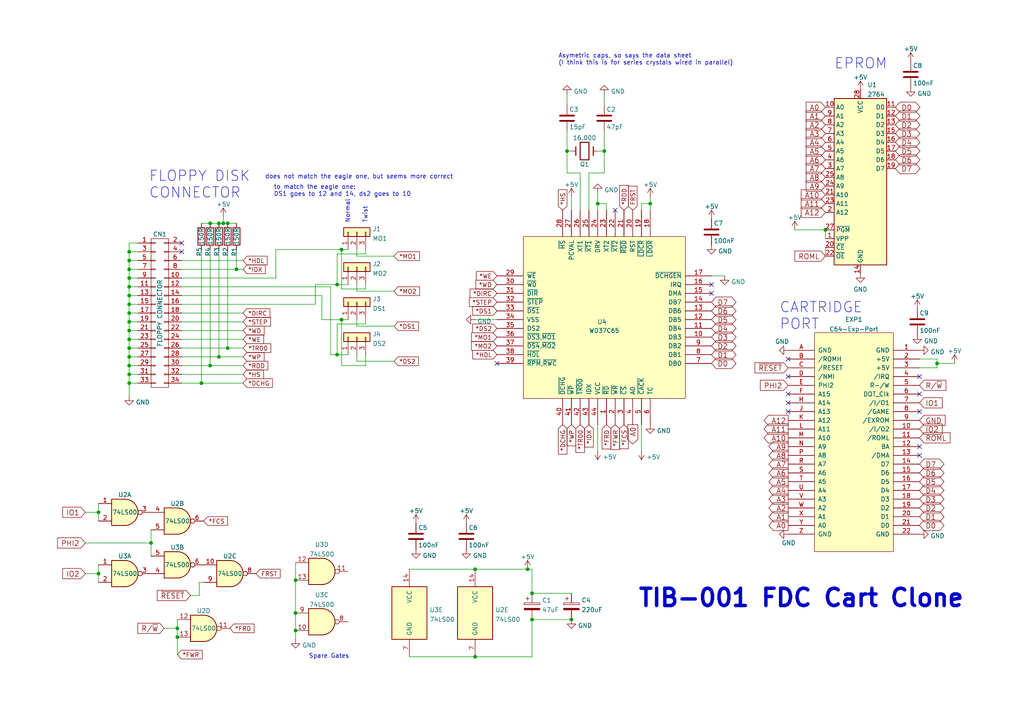
<source format=kicad_sch>
(kicad_sch (version 20211123) (generator eeschema)
  (paper "A4")
  (junction (at 66.04 100.965))
  (junction (at 37.465 85.725))
  (junction (at 37.465 78.105))
  (junction (at 97.79 102.87))
  (junction (at 51.435 182.245))
  (junction (at 154.305 172.085))
  (junction (at 66.04 64.77))
  (junction (at 43.815 157.48))
  (junction (at 239.395 66.675))
  (junction (at 37.465 95.885))
  (junction (at 37.465 98.425))
  (junction (at 28.575 166.37))
  (junction (at 99.06 72.39))
  (junction (at 37.465 93.345))
  (junction (at 154.305 179.705))
  (junction (at 37.465 73.025))
  (junction (at 137.795 165.1))
  (junction (at 37.465 80.645))
  (junction (at 58.42 111.125))
  (junction (at 165.735 179.705))
  (junction (at 37.465 83.185))
  (junction (at 37.465 90.805))
  (junction (at 63.5 103.505))
  (junction (at 37.465 106.045))
  (junction (at 68.58 78.105))
  (junction (at 271.78 105.41))
  (junction (at 137.795 190.5))
  (junction (at 164.465 43.815))
  (junction (at 37.465 88.265))
  (junction (at 153.035 165.1))
  (junction (at 85.725 177.8))
  (junction (at 37.465 75.565))
  (junction (at 64.77 64.77))
  (junction (at 63.5 64.77))
  (junction (at 37.465 108.585))
  (junction (at 85.725 168.275))
  (junction (at 37.465 111.125))
  (junction (at 85.725 182.88))
  (junction (at 28.575 148.59))
  (junction (at 60.96 106.045))
  (junction (at 37.465 103.505))
  (junction (at 97.79 82.55))
  (junction (at 37.465 100.965))
  (junction (at 173.355 59.055))
  (junction (at 188.595 59.055))
  (junction (at 99.06 92.71))
  (junction (at 51.435 184.785))
  (junction (at 60.96 64.77))
  (junction (at 175.26 43.815))
  (no_connect (at 266.7 132.08))
  (no_connect (at 228.6 119.38))
  (no_connect (at 228.6 109.22))
  (no_connect (at 206.375 82.55))
  (no_connect (at 266.7 129.54))
  (no_connect (at 178.435 60.96))
  (no_connect (at 228.6 104.14))
  (no_connect (at 266.7 114.3))
  (no_connect (at 206.375 85.09))
  (no_connect (at 266.7 109.22))
  (no_connect (at 266.7 119.38))
  (no_connect (at 228.6 116.84))
  (no_connect (at 52.705 70.485))
  (no_connect (at 52.705 73.025))
  (no_connect (at 228.6 114.3))
  (no_connect (at 144.145 105.41))
  (wire (pts (xy 114.3 84.455) (xy 103.505 84.455)))
  (wire (pts (xy 93.345 92.71) (xy 93.345 85.725)))
  (wire (pts (xy 64.77 62.865) (xy 64.77 64.77)))
  (wire (pts (xy 173.355 59.055) (xy 173.355 60.96)))
  (wire (pts (xy 70.485 108.585) (xy 52.705 108.585)))
  (wire (pts (xy 40.005 95.885) (xy 37.465 95.885)))
  (wire (pts (xy 58.42 111.125) (xy 52.705 111.125)))
  (wire (pts (xy 173.355 55.88) (xy 173.355 59.055)))
  (wire (pts (xy 66.04 64.77) (xy 68.58 64.77)))
  (wire (pts (xy 37.465 78.105) (xy 37.465 80.645)))
  (wire (pts (xy 37.465 70.485) (xy 37.465 73.025)))
  (wire (pts (xy 137.795 92.71) (xy 144.145 92.71)))
  (wire (pts (xy 40.005 88.265) (xy 37.465 88.265)))
  (wire (pts (xy 95.885 83.185) (xy 52.705 83.185)))
  (wire (pts (xy 106.045 73.66) (xy 97.79 73.66)))
  (wire (pts (xy 28.575 146.05) (xy 28.575 148.59)))
  (wire (pts (xy 100.965 72.39) (xy 99.06 72.39)))
  (wire (pts (xy 51.435 179.705) (xy 51.435 182.245)))
  (wire (pts (xy 173.355 43.815) (xy 175.26 43.815)))
  (wire (pts (xy 97.79 73.66) (xy 97.79 82.55)))
  (wire (pts (xy 70.485 93.345) (xy 52.705 93.345)))
  (wire (pts (xy 100.965 82.55) (xy 97.79 82.55)))
  (wire (pts (xy 80.01 80.645) (xy 52.705 80.645)))
  (wire (pts (xy 80.01 72.39) (xy 80.01 80.645)))
  (wire (pts (xy 99.06 83.82) (xy 99.06 72.39)))
  (wire (pts (xy 58.42 72.39) (xy 58.42 111.125)))
  (wire (pts (xy 37.465 108.585) (xy 37.465 111.125)))
  (wire (pts (xy 239.395 71.755) (xy 239.395 74.295)))
  (wire (pts (xy 106.045 82.55) (xy 106.045 83.82)))
  (wire (pts (xy 165.735 57.15) (xy 165.735 60.96)))
  (wire (pts (xy 103.505 74.295) (xy 103.505 72.39)))
  (wire (pts (xy 106.045 72.39) (xy 106.045 73.66)))
  (wire (pts (xy 271.78 105.41) (xy 271.78 106.68)))
  (wire (pts (xy 85.725 168.275) (xy 85.725 177.8)))
  (wire (pts (xy 114.3 104.775) (xy 103.505 104.775)))
  (wire (pts (xy 100.965 92.71) (xy 99.06 92.71)))
  (wire (pts (xy 239.395 66.675) (xy 239.395 69.215)))
  (wire (pts (xy 70.485 95.885) (xy 52.705 95.885)))
  (wire (pts (xy 40.005 85.725) (xy 37.465 85.725)))
  (wire (pts (xy 186.055 59.055) (xy 188.595 59.055)))
  (wire (pts (xy 206.375 80.01) (xy 210.185 80.01)))
  (wire (pts (xy 66.04 72.39) (xy 66.04 100.965)))
  (wire (pts (xy 164.465 50.165) (xy 164.465 43.815)))
  (wire (pts (xy 93.345 85.725) (xy 52.705 85.725)))
  (wire (pts (xy 137.795 190.5) (xy 154.305 190.5)))
  (wire (pts (xy 40.005 108.585) (xy 37.465 108.585)))
  (wire (pts (xy 170.815 50.165) (xy 175.26 50.165)))
  (wire (pts (xy 63.5 103.505) (xy 52.705 103.505)))
  (wire (pts (xy 40.005 103.505) (xy 37.465 103.505)))
  (wire (pts (xy 271.78 104.14) (xy 271.78 105.41)))
  (wire (pts (xy 28.575 148.59) (xy 28.575 151.13)))
  (wire (pts (xy 40.005 100.965) (xy 37.465 100.965)))
  (wire (pts (xy 175.895 59.055) (xy 173.355 59.055)))
  (wire (pts (xy 51.435 182.245) (xy 47.625 182.245)))
  (wire (pts (xy 63.5 64.77) (xy 64.77 64.77)))
  (wire (pts (xy 40.005 98.425) (xy 37.465 98.425)))
  (wire (pts (xy 37.465 80.645) (xy 37.465 83.185)))
  (wire (pts (xy 60.96 72.39) (xy 60.96 106.045)))
  (wire (pts (xy 188.595 59.055) (xy 188.595 60.96)))
  (wire (pts (xy 106.045 92.71) (xy 106.045 93.98)))
  (wire (pts (xy 28.575 163.83) (xy 28.575 166.37)))
  (wire (pts (xy 37.465 73.025) (xy 37.465 75.565)))
  (wire (pts (xy 37.465 98.425) (xy 37.465 100.965)))
  (wire (pts (xy 70.485 103.505) (xy 63.5 103.505)))
  (wire (pts (xy 37.465 83.185) (xy 37.465 85.725)))
  (wire (pts (xy 106.045 83.82) (xy 99.06 83.82)))
  (wire (pts (xy 43.815 153.67) (xy 43.815 157.48)))
  (wire (pts (xy 118.745 165.1) (xy 137.795 165.1)))
  (wire (pts (xy 37.465 95.885) (xy 37.465 98.425)))
  (wire (pts (xy 40.005 80.645) (xy 37.465 80.645)))
  (wire (pts (xy 37.465 85.725) (xy 37.465 88.265)))
  (wire (pts (xy 266.7 104.14) (xy 271.78 104.14)))
  (wire (pts (xy 60.96 106.045) (xy 52.705 106.045)))
  (wire (pts (xy 97.79 93.98) (xy 106.045 93.98)))
  (wire (pts (xy 55.245 172.72) (xy 57.785 172.72)))
  (wire (pts (xy 40.005 75.565) (xy 37.465 75.565)))
  (wire (pts (xy 51.435 182.245) (xy 51.435 184.785)))
  (wire (pts (xy 103.505 104.775) (xy 103.505 102.87)))
  (wire (pts (xy 58.42 64.77) (xy 60.96 64.77)))
  (wire (pts (xy 66.04 100.965) (xy 52.705 100.965)))
  (wire (pts (xy 186.055 123.19) (xy 186.055 130.81)))
  (wire (pts (xy 40.005 106.045) (xy 37.465 106.045)))
  (wire (pts (xy 43.815 157.48) (xy 43.815 161.29)))
  (wire (pts (xy 173.355 123.19) (xy 173.355 130.81)))
  (wire (pts (xy 40.005 70.485) (xy 37.465 70.485)))
  (wire (pts (xy 154.305 179.705) (xy 165.735 179.705)))
  (wire (pts (xy 37.465 88.265) (xy 37.465 90.805)))
  (wire (pts (xy 154.305 172.085) (xy 165.735 172.085)))
  (wire (pts (xy 99.06 72.39) (xy 80.01 72.39)))
  (wire (pts (xy 106.045 102.87) (xy 106.045 106.045)))
  (wire (pts (xy 40.005 78.105) (xy 37.465 78.105)))
  (wire (pts (xy 24.765 166.37) (xy 28.575 166.37)))
  (wire (pts (xy 164.465 30.48) (xy 164.465 27.305)))
  (wire (pts (xy 37.465 103.505) (xy 37.465 106.045)))
  (wire (pts (xy 97.79 102.87) (xy 95.885 102.87)))
  (wire (pts (xy 137.795 165.1) (xy 153.035 165.1)))
  (wire (pts (xy 37.465 100.965) (xy 37.465 103.505)))
  (wire (pts (xy 85.725 163.195) (xy 85.725 168.275)))
  (wire (pts (xy 70.485 78.105) (xy 68.58 78.105)))
  (wire (pts (xy 175.26 43.815) (xy 175.26 38.1)))
  (wire (pts (xy 175.26 27.305) (xy 175.26 30.48)))
  (wire (pts (xy 70.485 90.805) (xy 52.705 90.805)))
  (wire (pts (xy 271.78 105.41) (xy 276.86 105.41)))
  (wire (pts (xy 103.505 84.455) (xy 103.505 82.55)))
  (wire (pts (xy 97.79 93.98) (xy 97.79 102.87)))
  (wire (pts (xy 70.485 75.565) (xy 52.705 75.565)))
  (wire (pts (xy 57.785 168.91) (xy 59.055 168.91)))
  (wire (pts (xy 168.275 60.96) (xy 168.275 50.165)))
  (wire (pts (xy 114.3 94.615) (xy 103.505 94.615)))
  (wire (pts (xy 97.79 82.55) (xy 91.44 82.55)))
  (wire (pts (xy 100.965 102.87) (xy 97.79 102.87)))
  (wire (pts (xy 40.005 90.805) (xy 37.465 90.805)))
  (wire (pts (xy 37.465 93.345) (xy 37.465 95.885)))
  (wire (pts (xy 70.485 100.965) (xy 66.04 100.965)))
  (wire (pts (xy 99.06 106.045) (xy 99.06 92.71)))
  (wire (pts (xy 91.44 82.55) (xy 91.44 88.265)))
  (wire (pts (xy 106.045 106.045) (xy 99.06 106.045)))
  (wire (pts (xy 37.465 90.805) (xy 37.465 93.345)))
  (wire (pts (xy 40.005 83.185) (xy 37.465 83.185)))
  (wire (pts (xy 164.465 43.815) (xy 164.465 38.1)))
  (wire (pts (xy 70.485 111.125) (xy 58.42 111.125)))
  (wire (pts (xy 24.765 148.59) (xy 28.575 148.59)))
  (wire (pts (xy 51.435 184.785) (xy 51.435 189.865)))
  (wire (pts (xy 63.5 72.39) (xy 63.5 103.505)))
  (wire (pts (xy 154.305 165.1) (xy 154.305 172.085)))
  (wire (pts (xy 118.745 190.5) (xy 137.795 190.5)))
  (wire (pts (xy 24.765 157.48) (xy 43.815 157.48)))
  (wire (pts (xy 99.06 92.71) (xy 93.345 92.71)))
  (wire (pts (xy 175.26 50.165) (xy 175.26 43.815)))
  (wire (pts (xy 64.77 64.77) (xy 66.04 64.77)))
  (wire (pts (xy 85.725 182.88) (xy 85.725 185.42)))
  (wire (pts (xy 70.485 98.425) (xy 52.705 98.425)))
  (wire (pts (xy 40.005 111.125) (xy 37.465 111.125)))
  (wire (pts (xy 60.96 64.77) (xy 63.5 64.77)))
  (wire (pts (xy 230.505 66.675) (xy 239.395 66.675)))
  (wire (pts (xy 114.3 74.295) (xy 103.505 74.295)))
  (wire (pts (xy 37.465 75.565) (xy 37.465 78.105)))
  (wire (pts (xy 170.815 60.96) (xy 170.815 50.165)))
  (wire (pts (xy 95.885 102.87) (xy 95.885 83.185)))
  (wire (pts (xy 70.485 106.045) (xy 60.96 106.045)))
  (wire (pts (xy 165.735 43.815) (xy 164.465 43.815)))
  (wire (pts (xy 68.58 72.39) (xy 68.58 78.105)))
  (wire (pts (xy 175.895 60.96) (xy 175.895 59.055)))
  (wire (pts (xy 40.005 93.345) (xy 37.465 93.345)))
  (wire (pts (xy 37.465 111.125) (xy 37.465 114.935)))
  (wire (pts (xy 85.725 177.8) (xy 85.725 182.88)))
  (wire (pts (xy 57.785 172.72) (xy 57.785 168.91)))
  (wire (pts (xy 68.58 78.105) (xy 52.705 78.105)))
  (wire (pts (xy 40.005 73.025) (xy 37.465 73.025)))
  (wire (pts (xy 91.44 88.265) (xy 52.705 88.265)))
  (wire (pts (xy 186.055 60.96) (xy 186.055 59.055)))
  (wire (pts (xy 153.035 165.1) (xy 154.305 165.1)))
  (wire (pts (xy 168.275 50.165) (xy 164.465 50.165)))
  (wire (pts (xy 154.305 190.5) (xy 154.305 179.705)))
  (wire (pts (xy 271.78 106.68) (xy 266.7 106.68)))
  (wire (pts (xy 188.595 57.15) (xy 188.595 59.055)))
  (wire (pts (xy 37.465 106.045) (xy 37.465 108.585)))
  (wire (pts (xy 28.575 166.37) (xy 28.575 168.91)))
  (wire (pts (xy 103.505 94.615) (xy 103.505 92.71)))
  (text "CARTRIDGE\nPORT" (at 226.06 95.885 0) (effects (font (size 2.9972 2.9972)) (justify left bottom)))
  (text "to match the eagle one:\nDS1 goes to 12 and 14, ds2 goes to 10" (at 79.375 57.15 0) (effects (font (size 1.27 1.27)) (justify left bottom)))
  (text "EPROM" (at 241.935 20.32 0) (effects (font (size 2.9972 2.9972)) (justify left bottom)))
  (text "Asymetric caps, so says the data sheet\n(I think this is for series crystals wired in parallel)" (at 161.925 19.05 0) (effects (font (size 1.27 1.27)) (justify left bottom)))
  (text "Twist" (at 106.68 64.77 90) (effects (font (size 1.27 1.27)) (justify left bottom)))
  (text "FLOPPY DISK\nCONNECTOR" (at 43.18 57.785 0) (effects (font (size 2.9972 2.9972)) (justify left bottom)))
  (text "TIB-001 FDC Cart Clone" (at 184.785 176.53 0) (effects (font (size 5.0038 5.0038) (thickness 1.0008) bold) (justify left bottom)))
  (text "Normal" (at 101.6 64.77 90) (effects (font (size 1.27 1.27)) (justify left bottom)))
  (text "Spare Gates" (at 89.535 191.135 0) (effects (font (size 1.27 1.27)) (justify left bottom)))
  (text "does not match the eagle one, but seems more correct" (at 76.835 52.07 0) (effects (font (size 1.27 1.27)) (justify left bottom)))
  (global_label "*DCHG" (shape input) (at 70.485 111.125 0) (property "Intersheet References" "${INTERSHEET_REFS}" (effects hide)))
  (global_label "A9" (shape input) (at 239.395 53.975 180) (effects (font (size 1.4986 1.4986))) (property "Intersheet References" "${INTERSHEET_REFS}" (effects hide)))
  (global_label "*FRD" (shape input) (at 175.895 123.19 270) (property "Intersheet References" "${INTERSHEET_REFS}" (effects hide)))
  (global_label "*HS" (shape input) (at 70.485 108.585 0) (property "Intersheet References" "${INTERSHEET_REFS}" (effects hide)))
  (global_label "D1" (shape bidirectional) (at 266.7 149.86 0) (effects (font (size 1.4986 1.4986))) (property "Intersheet References" "${INTERSHEET_REFS}" (effects hide)))
  (global_label "D2" (shape bidirectional) (at 266.7 147.32 0) (effects (font (size 1.4986 1.4986))) (property "Intersheet References" "${INTERSHEET_REFS}" (effects hide)))
  (global_label "A4" (shape input) (at 239.395 41.275 180) (effects (font (size 1.4986 1.4986))) (property "Intersheet References" "${INTERSHEET_REFS}" (effects hide)))
  (global_label "A1" (shape input) (at 239.395 33.655 180) (effects (font (size 1.4986 1.4986))) (property "Intersheet References" "${INTERSHEET_REFS}" (effects hide)))
  (global_label "*DCHG" (shape input) (at 163.195 123.19 270) (property "Intersheet References" "${INTERSHEET_REFS}" (effects hide)))
  (global_label "*FWR" (shape input) (at 51.435 189.865 0) (property "Intersheet References" "${INTERSHEET_REFS}" (effects hide)))
  (global_label "*TR00" (shape input) (at 70.485 100.965 0) (property "Intersheet References" "${INTERSHEET_REFS}" (effects hide)))
  (global_label "A12" (shape output) (at 228.6 121.92 180) (effects (font (size 1.4986 1.4986))) (property "Intersheet References" "${INTERSHEET_REFS}" (effects hide)))
  (global_label "*DS1" (shape input) (at 144.145 90.17 180) (property "Intersheet References" "${INTERSHEET_REFS}" (effects hide)))
  (global_label "D6" (shape bidirectional) (at 266.7 137.16 0) (effects (font (size 1.4986 1.4986))) (property "Intersheet References" "${INTERSHEET_REFS}" (effects hide)))
  (global_label "D4" (shape bidirectional) (at 266.7 142.24 0) (effects (font (size 1.4986 1.4986))) (property "Intersheet References" "${INTERSHEET_REFS}" (effects hide)))
  (global_label "*FWR" (shape input) (at 178.435 123.19 270) (property "Intersheet References" "${INTERSHEET_REFS}" (effects hide)))
  (global_label "*DIRC" (shape input) (at 70.485 90.805 0) (property "Intersheet References" "${INTERSHEET_REFS}" (effects hide)))
  (global_label "*MO1" (shape input) (at 114.3 74.295 0) (property "Intersheet References" "${INTERSHEET_REFS}" (effects hide)))
  (global_label "A6" (shape output) (at 228.6 137.16 180) (effects (font (size 1.4986 1.4986))) (property "Intersheet References" "${INTERSHEET_REFS}" (effects hide)))
  (global_label "D4" (shape bidirectional) (at 259.715 41.275 0) (effects (font (size 1.4986 1.4986))) (property "Intersheet References" "${INTERSHEET_REFS}" (effects hide)))
  (global_label "D3" (shape bidirectional) (at 259.715 38.735 0) (effects (font (size 1.4986 1.4986))) (property "Intersheet References" "${INTERSHEET_REFS}" (effects hide)))
  (global_label "A0" (shape input) (at 239.395 31.115 180) (effects (font (size 1.4986 1.4986))) (property "Intersheet References" "${INTERSHEET_REFS}" (effects hide)))
  (global_label "*MO2" (shape input) (at 114.3 84.455 0) (property "Intersheet References" "${INTERSHEET_REFS}" (effects hide)))
  (global_label "*DS2" (shape input) (at 114.3 104.775 0) (property "Intersheet References" "${INTERSHEET_REFS}" (effects hide)))
  (global_label "PHI2" (shape input) (at 24.765 157.48 180) (effects (font (size 1.4986 1.4986))) (property "Intersheet References" "${INTERSHEET_REFS}" (effects hide)))
  (global_label "*HDL" (shape input) (at 144.145 102.87 180) (property "Intersheet References" "${INTERSHEET_REFS}" (effects hide)))
  (global_label "A7" (shape output) (at 228.6 134.62 180) (effects (font (size 1.4986 1.4986))) (property "Intersheet References" "${INTERSHEET_REFS}" (effects hide)))
  (global_label "D7" (shape bidirectional) (at 259.715 48.895 0) (effects (font (size 1.4986 1.4986))) (property "Intersheet References" "${INTERSHEET_REFS}" (effects hide)))
  (global_label "*IDX" (shape input) (at 170.815 123.19 270) (property "Intersheet References" "${INTERSHEET_REFS}" (effects hide)))
  (global_label "*MO2" (shape input) (at 144.145 100.33 180) (property "Intersheet References" "${INTERSHEET_REFS}" (effects hide)))
  (global_label "A5" (shape output) (at 228.6 139.7 180) (effects (font (size 1.4986 1.4986))) (property "Intersheet References" "${INTERSHEET_REFS}" (effects hide)))
  (global_label "A3" (shape output) (at 228.6 144.78 180) (effects (font (size 1.4986 1.4986))) (property "Intersheet References" "${INTERSHEET_REFS}" (effects hide)))
  (global_label "A5" (shape input) (at 239.395 43.815 180) (effects (font (size 1.4986 1.4986))) (property "Intersheet References" "${INTERSHEET_REFS}" (effects hide)))
  (global_label "*STEP" (shape input) (at 144.145 87.63 180) (property "Intersheet References" "${INTERSHEET_REFS}" (effects hide)))
  (global_label "R/~{W}" (shape input) (at 266.7 111.76 0) (effects (font (size 1.4986 1.4986))) (property "Intersheet References" "${INTERSHEET_REFS}" (effects hide)))
  (global_label "A11" (shape input) (at 239.395 59.055 180) (effects (font (size 1.4986 1.4986))) (property "Intersheet References" "${INTERSHEET_REFS}" (effects hide)))
  (global_label "A7" (shape input) (at 239.395 48.895 180) (effects (font (size 1.4986 1.4986))) (property "Intersheet References" "${INTERSHEET_REFS}" (effects hide)))
  (global_label "A8" (shape output) (at 228.6 132.08 180) (effects (font (size 1.4986 1.4986))) (property "Intersheet References" "${INTERSHEET_REFS}" (effects hide)))
  (global_label "D1" (shape bidirectional) (at 206.375 102.87 0) (effects (font (size 1.4986 1.4986))) (property "Intersheet References" "${INTERSHEET_REFS}" (effects hide)))
  (global_label "D5" (shape bidirectional) (at 266.7 139.7 0) (effects (font (size 1.4986 1.4986))) (property "Intersheet References" "${INTERSHEET_REFS}" (effects hide)))
  (global_label "D3" (shape bidirectional) (at 206.375 97.79 0) (effects (font (size 1.4986 1.4986))) (property "Intersheet References" "${INTERSHEET_REFS}" (effects hide)))
  (global_label "*HS" (shape input) (at 163.195 60.96 90) (property "Intersheet References" "${INTERSHEET_REFS}" (effects hide)))
  (global_label "A11" (shape output) (at 228.6 124.46 180) (effects (font (size 1.4986 1.4986))) (property "Intersheet References" "${INTERSHEET_REFS}" (effects hide)))
  (global_label "D1" (shape bidirectional) (at 259.715 33.655 0) (effects (font (size 1.4986 1.4986))) (property "Intersheet References" "${INTERSHEET_REFS}" (effects hide)))
  (global_label "A2" (shape input) (at 239.395 36.195 180) (effects (font (size 1.4986 1.4986))) (property "Intersheet References" "${INTERSHEET_REFS}" (effects hide)))
  (global_label "*RDD" (shape input) (at 180.975 60.96 90) (property "Intersheet References" "${INTERSHEET_REFS}" (effects hide)))
  (global_label "IO2" (shape input) (at 266.7 124.46 0) (effects (font (size 1.4986 1.4986))) (property "Intersheet References" "${INTERSHEET_REFS}" (effects hide)))
  (global_label "D0" (shape bidirectional) (at 259.715 31.115 0) (effects (font (size 1.4986 1.4986))) (property "Intersheet References" "${INTERSHEET_REFS}" (effects hide)))
  (global_label "*FRD" (shape input) (at 66.675 182.245 0) (property "Intersheet References" "${INTERSHEET_REFS}" (effects hide)))
  (global_label "D5" (shape bidirectional) (at 259.715 43.815 0) (effects (font (size 1.4986 1.4986))) (property "Intersheet References" "${INTERSHEET_REFS}" (effects hide)))
  (global_label "~{RESET}" (shape input) (at 228.6 106.68 180) (effects (font (size 1.4986 1.4986))) (property "Intersheet References" "${INTERSHEET_REFS}" (effects hide)))
  (global_label "D0" (shape bidirectional) (at 206.375 105.41 0) (effects (font (size 1.4986 1.4986))) (property "Intersheet References" "${INTERSHEET_REFS}" (effects hide)))
  (global_label "A1" (shape output) (at 228.6 149.86 180) (effects (font (size 1.4986 1.4986))) (property "Intersheet References" "${INTERSHEET_REFS}" (effects hide)))
  (global_label "*WD" (shape input) (at 70.485 95.885 0) (property "Intersheet References" "${INTERSHEET_REFS}" (effects hide)))
  (global_label "A8" (shape input) (at 239.395 51.435 180) (effects (font (size 1.4986 1.4986))) (property "Intersheet References" "${INTERSHEET_REFS}" (effects hide)))
  (global_label "*WD" (shape input) (at 144.145 82.55 180) (property "Intersheet References" "${INTERSHEET_REFS}" (effects hide)))
  (global_label "*HDL" (shape input) (at 70.485 75.565 0) (property "Intersheet References" "${INTERSHEET_REFS}" (effects hide)))
  (global_label "*RDD" (shape input) (at 70.485 106.045 0) (property "Intersheet References" "${INTERSHEET_REFS}" (effects hide)))
  (global_label "A10" (shape input) (at 239.395 56.515 180) (effects (font (size 1.4986 1.4986))) (property "Intersheet References" "${INTERSHEET_REFS}" (effects hide)))
  (global_label "A9" (shape output) (at 228.6 129.54 180) (effects (font (size 1.4986 1.4986))) (property "Intersheet References" "${INTERSHEET_REFS}" (effects hide)))
  (global_label "*TR00" (shape input) (at 168.275 123.19 270) (property "Intersheet References" "${INTERSHEET_REFS}" (effects hide)))
  (global_label "*FCS" (shape input) (at 180.975 123.19 270) (property "Intersheet References" "${INTERSHEET_REFS}" (effects hide)))
  (global_label "D6" (shape bidirectional) (at 206.375 90.17 0) (effects (font (size 1.4986 1.4986))) (property "Intersheet References" "${INTERSHEET_REFS}" (effects hide)))
  (global_label "*WP" (shape input) (at 165.735 123.19 270) (property "Intersheet References" "${INTERSHEET_REFS}" (effects hide)))
  (global_label "FRST" (shape input) (at 74.295 166.37 0) (property "Intersheet References" "${INTERSHEET_REFS}" (effects hide)))
  (global_label "*WE" (shape input) (at 144.145 80.01 180) (property "Intersheet References" "${INTERSHEET_REFS}" (effects hide)))
  (global_label "*FCS" (shape input) (at 59.055 151.13 0) (property "Intersheet References" "${INTERSHEET_REFS}" (effects hide)))
  (global_label "*WP" (shape input) (at 70.485 103.505 0) (property "Intersheet References" "${INTERSHEET_REFS}" (effects hide)))
  (global_label "ROML" (shape input) (at 239.395 74.295 180) (effects (font (size 1.4986 1.4986))) (property "Intersheet References" "${INTERSHEET_REFS}" (effects hide)))
  (global_label "IO1" (shape input) (at 266.7 116.84 0) (effects (font (size 1.4986 1.4986))) (property "Intersheet References" "${INTERSHEET_REFS}" (effects hide)))
  (global_label "D7" (shape bidirectional) (at 206.375 87.63 0) (effects (font (size 1.4986 1.4986))) (property "Intersheet References" "${INTERSHEET_REFS}" (effects hide)))
  (global_label "*IDX" (shape input) (at 70.485 78.105 0) (property "Intersheet References" "${INTERSHEET_REFS}" (effects hide)))
  (global_label "D2" (shape bidirectional) (at 259.715 36.195 0) (effects (font (size 1.4986 1.4986))) (property "Intersheet References" "${INTERSHEET_REFS}" (effects hide)))
  (global_label "PHI2" (shape input) (at 228.6 111.76 180) (effects (font (size 1.4986 1.4986))) (property "Intersheet References" "${INTERSHEET_REFS}" (effects hide)))
  (global_label "A4" (shape output) (at 228.6 142.24 180) (effects (font (size 1.4986 1.4986))) (property "Intersheet References" "${INTERSHEET_REFS}" (effects hide)))
  (global_label "GND" (shape input) (at 266.7 121.92 0) (effects (font (size 1.4986 1.4986))) (property "Intersheet References" "${INTERSHEET_REFS}" (effects hide)))
  (global_label "D0" (shape bidirectional) (at 266.7 152.4 0) (effects (font (size 1.4986 1.4986))) (property "Intersheet References" "${INTERSHEET_REFS}" (effects hide)))
  (global_label "A0" (shape output) (at 228.6 152.4 180) (effects (font (size 1.4986 1.4986))) (property "Intersheet References" "${INTERSHEET_REFS}" (effects hide)))
  (global_label "D7" (shape bidirectional) (at 266.7 134.62 0) (effects (font (size 1.4986 1.4986))) (property "Intersheet References" "${INTERSHEET_REFS}" (effects hide)))
  (global_label "*STEP" (shape input) (at 70.485 93.345 0) (property "Intersheet References" "${INTERSHEET_REFS}" (effects hide)))
  (global_label "ROML" (shape input) (at 266.7 127 0) (effects (font (size 1.4986 1.4986))) (property "Intersheet References" "${INTERSHEET_REFS}" (effects hide)))
  (global_label "*DS1" (shape input) (at 114.3 94.615 0) (property "Intersheet References" "${INTERSHEET_REFS}" (effects hide)))
  (global_label "A0" (shape output) (at 183.515 123.19 270) (effects (font (size 1.4986 1.4986))) (property "Intersheet References" "${INTERSHEET_REFS}" (effects hide)))
  (global_label "*WE" (shape input) (at 70.485 98.425 0) (property "Intersheet References" "${INTERSHEET_REFS}" (effects hide)))
  (global_label "A2" (shape output) (at 228.6 147.32 180) (effects (font (size 1.4986 1.4986))) (property "Intersheet References" "${INTERSHEET_REFS}" (effects hide)))
  (global_label "*MO1" (shape input) (at 144.145 97.79 180) (property "Intersheet References" "${INTERSHEET_REFS}" (effects hide)))
  (global_label "A3" (shape input) (at 239.395 38.735 180) (effects (font (size 1.4986 1.4986))) (property "Intersheet References" "${INTERSHEET_REFS}" (effects hide)))
  (global_label "A12" (shape input) (at 239.395 61.595 180) (effects (font (size 1.4986 1.4986))) (property "Intersheet References" "${INTERSHEET_REFS}" (effects hide)))
  (global_label "D6" (shape bidirectional) (at 259.715 46.355 0) (effects (font (size 1.4986 1.4986))) (property "Intersheet References" "${INTERSHEET_REFS}" (effects hide)))
  (global_label "*DS2" (shape input) (at 144.145 95.25 180) (property "Intersheet References" "${INTERSHEET_REFS}" (effects hide)))
  (global_label "R/~{W}" (shape input) (at 47.625 182.245 180) (effects (font (size 1.4986 1.4986))) (property "Intersheet References" "${INTERSHEET_REFS}" (effects hide)))
  (global_label "D2" (shape bidirectional) (at 206.375 100.33 0) (effects (font (size 1.4986 1.4986))) (property "Intersheet References" "${INTERSHEET_REFS}" (effects hide)))
  (global_label "A10" (shape output) (at 228.6 127 180) (effects (font (size 1.4986 1.4986))) (property "Intersheet References" "${INTERSHEET_REFS}" (effects hide)))
  (global_label "IO2" (shape input) (at 24.765 166.37 180) (effects (font (size 1.4986 1.4986))) (property "Intersheet References" "${INTERSHEET_REFS}" (effects hide)))
  (global_label "~{RESET}" (shape input) (at 55.245 172.72 180) (effects (font (size 1.4986 1.4986))) (property "Intersheet References" "${INTERSHEET_REFS}" (effects hide)))
  (global_label "FRST" (shape input) (at 183.515 60.96 90) (property "Intersheet References" "${INTERSHEET_REFS}" (effects hide)))
  (global_label "D4" (shape bidirectional) (at 206.375 95.25 0) (effects (font (size 1.4986 1.4986))) (property "Intersheet References" "${INTERSHEET_REFS}" (effects hide)))
  (global_label "D5" (shape bidirectional) (at 206.375 92.71 0) (effects (font (size 1.4986 1.4986))) (property "Intersheet References" "${INTERSHEET_REFS}" (effects hide)))
  (global_label "A6" (shape input) (at 239.395 46.355 180) (effects (font (size 1.4986 1.4986))) (property "Intersheet References" "${INTERSHEET_REFS}" (effects hide)))
  (global_label "IO1" (shape input) (at 24.765 148.59 180) (effects (font (size 1.4986 1.4986))) (property "Intersheet References" "${INTERSHEET_REFS}" (effects hide)))
  (global_label "*DIRC" (shape input) (at 144.145 85.09 180) (property "Intersheet References" "${INTERSHEET_REFS}" (effects hide)))
  (global_label "D3" (shape bidirectional) (at 266.7 144.78 0) (effects (font (size 1.4986 1.4986))) (property "Intersheet References" "${INTERSHEET_REFS}" (effects hide)))
  (symbol (lib_id "TIB-Clone-rescue:CONN_02X17") (at 46.355 90.805 0) (unit 1)
    (property "Reference" "CN1" (at 46.355 67.945 0))
    (property "Value" "FLOPPY CONNECTOR" (at 46.355 90.805 90))
    (property "Footprint" "Connector_PinHeader_2.54mm:PinHeader_2x17_P2.54mm_Vertical" (effects hide))
  )
  (symbol (lib_id "TIB-Clone-rescue:Crystal") (at 169.545 43.815 180) (unit 1)
    (property "Reference" "Q1" (at 169.545 47.625 0))
    (property "Value" "16.000" (at 169.545 40.005 0))
    (property "Footprint" "Crystal:Crystal_HC49-U_Vertical" (effects hide))
  )
  (symbol (lib_id "TIB-Clone-rescue:WD37C65") (at 175.895 92.71 90) (unit 1)
    (property "Reference" "U4" (at 174.625 93.345 90))
    (property "Value" "WD37C65" (at 175.26 95.885 90) (effects (font (size 1.2446 1.2446))))
    (property "Footprint" "Package_LCC:PLCC-44" (effects hide))
  )
  (symbol (lib_id "TIB-Clone-rescue:R") (at 60.96 68.58 0) (unit 1)
    (property "Reference" "R4" (at 60.325 73.025 90))
    (property "Value" "150R" (at 60.96 68.58 90))
    (property "Footprint" "Resistor_THT:R_Axial_DIN0207_L6.3mm_D2.5mm_P10.16mm_Horizontal" (effects hide))
  )
  (symbol (lib_id "TIB-Clone-rescue:R") (at 58.42 68.58 180) (unit 1)
    (property "Reference" "R5" (at 57.785 73.025 90))
    (property "Value" "150R" (at 58.42 68.58 90))
    (property "Footprint" "Resistor_THT:R_Axial_DIN0207_L6.3mm_D2.5mm_P10.16mm_Horizontal" (effects hide))
  )
  (symbol (lib_id "TIB-Clone-rescue:R") (at 63.5 68.58 180) (unit 1)
    (property "Reference" "R3" (at 62.865 73.025 90))
    (property "Value" "150R" (at 63.5 68.58 90))
    (property "Footprint" "Resistor_THT:R_Axial_DIN0207_L6.3mm_D2.5mm_P10.16mm_Horizontal" (effects hide))
  )
  (symbol (lib_id "TIB-Clone-rescue:R") (at 66.04 68.58 180) (unit 1)
    (property "Reference" "R2" (at 65.405 73.025 90))
    (property "Value" "150R" (at 66.04 68.58 90))
    (property "Footprint" "Resistor_THT:R_Axial_DIN0207_L6.3mm_D2.5mm_P10.16mm_Horizontal" (effects hide))
  )
  (symbol (lib_id "TIB-Clone-rescue:C") (at 164.465 34.29 0) (unit 1)
    (property "Reference" "C3" (at 165.1 31.75 0) (effects (justify left)))
    (property "Value" "15pF" (at 165.1 36.83 0) (effects (justify left)))
    (property "Footprint" "Capacitor_THT:C_Disc_D4.7mm_W2.5mm_P5.00mm" (effects hide))
  )
  (symbol (lib_id "TIB-Clone-rescue:C") (at 175.26 34.29 0) (unit 1)
    (property "Reference" "C2" (at 175.895 31.75 0) (effects (justify left)))
    (property "Value" "47pF" (at 175.895 36.83 0) (effects (justify left)))
    (property "Footprint" "Capacitor_THT:C_Disc_D4.7mm_W2.5mm_P5.00mm" (effects hide))
  )
  (symbol (lib_id "power:GND") (at 206.375 71.12 0) (unit 1)
    (property "Reference" "#PWR029" (effects hide))
    (property "Value" "GND" (at 208.28 72.869 0) (effects (justify left)))
  )
  (symbol (lib_id "Device:C_Polarized") (at 154.305 175.895 0) (unit 1)
    (property "Reference" "C1" (at 157.226 174.0975 0) (effects (justify left)))
    (property "Value" "47uF" (at 157.226 176.8726 0) (effects (justify left)))
    (property "Footprint" "Capacitor_THT:CP_Radial_D5.0mm_P2.50mm" (effects hide))
  )
  (symbol (lib_id "74xx:74LS00") (at 137.795 177.8 0) (unit 5)
    (property "Reference" "U2" (at 143.637 176.8915 0) (effects (justify left)))
    (property "Value" "74LS00" (at 143.637 179.6666 0) (effects (justify left)))
    (property "Footprint" "Package_DIP:DIP-14_W7.62mm" (effects hide))
    (property "Datasheet" "http://www.ti.com/lit/gpn/sn74ls00" (effects hide))
  )
  (symbol (lib_id "power:GND") (at 266.065 97.155 0) (unit 1)
    (property "Reference" "#PWR033" (effects hide))
    (property "Value" "GND" (at 267.97 98.904 0) (effects (justify left)))
  )
  (symbol (lib_id "power:+5V") (at 230.505 66.675 0) (unit 1)
    (property "Reference" "#PWR018" (effects hide))
    (property "Value" "+5V" (at 230.505 63.0705 0))
  )
  (symbol (lib_id "74xx:74LS00") (at 36.195 166.37 0) (unit 1)
    (property "Reference" "U3" (at 36.195 161.29 0))
    (property "Value" "74LS00" (at 36.195 166.37 0))
    (property "Footprint" "Package_DIP:DIP-14_W7.62mm" (effects hide))
    (property "Datasheet" "http://www.ti.com/lit/gpn/sn74ls00" (effects hide))
  )
  (symbol (lib_id "power:+5V") (at 264.16 17.78 0) (unit 1)
    (property "Reference" "#PWR030" (effects hide))
    (property "Value" "+5V" (at 264.16 14.1755 0))
  )
  (symbol (lib_id "power:+5V") (at 249.555 26.035 0) (unit 1)
    (property "Reference" "#PWR019" (effects hide))
    (property "Value" "+5V" (at 249.555 22.4305 0))
  )
  (symbol (lib_id "Device:C_Polarized") (at 165.735 175.895 0) (unit 1)
    (property "Reference" "C4" (at 168.656 174.0975 0) (effects (justify left)))
    (property "Value" "220uF" (at 168.656 176.8726 0) (effects (justify left)))
    (property "Footprint" "Capacitor_THT:CP_Radial_D6.3mm_P2.50mm" (effects hide))
  )
  (symbol (lib_id "power:GND") (at 264.16 25.4 0) (unit 1)
    (property "Reference" "#PWR031" (effects hide))
    (property "Value" "GND" (at 266.065 27.149 0) (effects (justify left)))
  )
  (symbol (lib_id "74xx:74LS00") (at 36.195 148.59 0) (unit 1)
    (property "Reference" "U2" (at 36.195 143.51 0))
    (property "Value" "74LS00" (at 36.195 148.59 0))
    (property "Footprint" "Package_DIP:DIP-14_W7.62mm" (effects hide))
    (property "Datasheet" "http://www.ti.com/lit/gpn/sn74ls00" (effects hide))
  )
  (symbol (lib_id "TIB-Clone-rescue:R") (at 68.58 68.58 180) (unit 1)
    (property "Reference" "R1" (at 67.945 73.025 90))
    (property "Value" "150R" (at 68.58 68.58 90))
    (property "Footprint" "Resistor_THT:R_Axial_DIN0207_L6.3mm_D2.5mm_P10.16mm_Horizontal" (effects hide))
  )
  (symbol (lib_id "Connector_Generic:Conn_01x03") (at 103.505 77.47 90) (unit 1)
    (property "Reference" "J2" (at 108.077 76.5615 90) (effects (justify right)))
    (property "Value" "MO2" (at 108.077 79.3366 90) (effects (justify right)))
    (property "Footprint" "Jumper:SolderJumper-3_P2.0mm_Open_TrianglePad1.0x1.5mm_NumberLabels" (effects hide))
  )
  (symbol (lib_id "power:+5V") (at 64.77 62.865 0) (unit 1)
    (property "Reference" "#PWR02" (effects hide))
    (property "Value" "+5V" (at 64.77 59.2605 0))
  )
  (symbol (lib_id "power:+5V") (at 186.055 130.81 180) (unit 1)
    (property "Reference" "#PWR012" (effects hide))
    (property "Value" "+5V" (at 187.452 132.559 0) (effects (justify right)))
  )
  (symbol (lib_id "power:GND") (at 164.465 27.305 180) (unit 1)
    (property "Reference" "#PWR06" (effects hide))
    (property "Value" "GND" (at 166.37 26.514 0) (effects (justify right)))
  )
  (symbol (lib_id "power:GND") (at 85.725 185.42 0) (unit 1)
    (property "Reference" "#PWR03" (effects hide))
    (property "Value" "GND" (at 87.63 187.169 0) (effects (justify left)))
  )
  (symbol (lib_id "power:GND") (at 120.65 159.385 0) (unit 1)
    (property "Reference" "#PWR025" (effects hide))
    (property "Value" "GND" (at 122.555 161.134 0) (effects (justify left)))
  )
  (symbol (lib_id "Connector_Generic:Conn_01x03") (at 103.505 97.79 90) (unit 1)
    (property "Reference" "J4" (at 108.077 96.8815 90) (effects (justify right)))
    (property "Value" "DS2" (at 108.077 99.6566 90) (effects (justify right)))
    (property "Footprint" "Jumper:SolderJumper-3_P2.0mm_Open_TrianglePad1.0x1.5mm_NumberLabels" (effects hide))
  )
  (symbol (lib_id "TIB-Clone-rescue:C") (at 266.065 93.345 0) (unit 1)
    (property "Reference" "C9" (at 266.7 90.805 0) (effects (justify left)))
    (property "Value" "100nF" (at 266.7 95.885 0) (effects (justify left)))
    (property "Footprint" "Capacitor_THT:C_Disc_D4.7mm_W2.5mm_P5.00mm" (effects hide))
  )
  (symbol (lib_id "power:GND") (at 135.255 159.385 0) (unit 1)
    (property "Reference" "#PWR027" (effects hide))
    (property "Value" "GND" (at 137.16 161.134 0) (effects (justify left)))
  )
  (symbol (lib_id "power:GND") (at 228.6 154.94 270) (unit 1)
    (property "Reference" "#PWR017" (effects hide))
    (property "Value" "GND" (at 226.695 157.48 90) (effects (justify left)))
  )
  (symbol (lib_id "power:+5V") (at 206.375 63.5 0) (unit 1)
    (property "Reference" "#PWR028" (effects hide))
    (property "Value" "+5V" (at 206.375 59.8955 0))
  )
  (symbol (lib_id "74xx:74LS00") (at 66.675 166.37 0) (mirror x) (unit 3)
    (property "Reference" "U2" (at 66.675 161.29 0))
    (property "Value" "74LS00" (at 66.675 166.37 0))
    (property "Footprint" "Package_DIP:DIP-14_W7.62mm" (effects hide))
    (property "Datasheet" "http://www.ti.com/lit/gpn/sn74ls00" (effects hide))
  )
  (symbol (lib_id "Connector_Generic:Conn_01x03") (at 103.505 67.31 90) (unit 1)
    (property "Reference" "J1" (at 108.077 66.4015 90) (effects (justify right)))
    (property "Value" "MO1" (at 108.077 69.1766 90) (effects (justify right)))
    (property "Footprint" "Jumper:SolderJumper-3_P2.0mm_Open_TrianglePad1.0x1.5mm_NumberLabels" (effects hide))
  )
  (symbol (lib_id "power:GND") (at 165.735 179.705 0) (unit 1)
    (property "Reference" "#PWR08" (effects hide))
    (property "Value" "GND" (at 167.64 181.454 0) (effects (justify left)))
  )
  (symbol (lib_id "power:+5V") (at 276.86 105.41 0) (unit 1)
    (property "Reference" "#PWR023" (effects hide))
    (property "Value" "+5V" (at 276.86 101.8055 0))
  )
  (symbol (lib_id "power:GND") (at 137.795 92.71 270) (unit 1)
    (property "Reference" "#PWR04" (effects hide))
    (property "Value" "GND" (at 138.43 93.189 90) (effects (justify left)))
  )
  (symbol (lib_id "power:+5V") (at 173.355 130.81 180) (unit 1)
    (property "Reference" "#PWR010" (effects hide))
    (property "Value" "+5V" (at 174.752 132.559 0) (effects (justify right)))
  )
  (symbol (lib_id "74xx:74LS00") (at 118.745 177.8 0) (unit 5)
    (property "Reference" "U3" (at 124.587 176.8915 0) (effects (justify left)))
    (property "Value" "74LS00" (at 124.587 179.6666 0) (effects (justify left)))
    (property "Footprint" "Package_DIP:DIP-14_W7.62mm" (effects hide))
    (property "Datasheet" "http://www.ti.com/lit/gpn/sn74ls00" (effects hide))
  )
  (symbol (lib_id "power:+5V") (at 120.65 151.765 0) (unit 1)
    (property "Reference" "#PWR024" (effects hide))
    (property "Value" "+5V" (at 120.65 148.1605 0))
  )
  (symbol (lib_id "power:GND") (at 173.355 55.88 180) (unit 1)
    (property "Reference" "#PWR09" (effects hide))
    (property "Value" "GND" (at 175.26 55.089 0) (effects (justify right)))
  )
  (symbol (lib_id "power:GND") (at 175.26 27.305 180) (unit 1)
    (property "Reference" "#PWR011" (effects hide))
    (property "Value" "GND" (at 177.165 26.514 0) (effects (justify right)))
  )
  (symbol (lib_id "power:GND") (at 188.595 123.19 0) (unit 1)
    (property "Reference" "#PWR014" (effects hide))
    (property "Value" "GND" (at 190.5 124.939 0) (effects (justify left)))
  )
  (symbol (lib_id "power:+5V") (at 165.735 57.15 0) (unit 1)
    (property "Reference" "#PWR07" (effects hide))
    (property "Value" "+5V" (at 165.735 53.5455 0))
  )
  (symbol (lib_id "74xx:74LS00") (at 51.435 151.13 0) (unit 2)
    (property "Reference" "U2" (at 51.435 146.05 0))
    (property "Value" "74LS00" (at 51.435 151.13 0))
    (property "Footprint" "Package_DIP:DIP-14_W7.62mm" (effects hide))
    (property "Datasheet" "http://www.ti.com/lit/gpn/sn74ls00" (effects hide))
  )
  (symbol (lib_id "power:GND") (at 266.7 101.6 90) (unit 1)
    (property "Reference" "#PWR021" (effects hide))
    (property "Value" "GND" (at 269.875 102.079 90) (effects (justify right)))
  )
  (symbol (lib_id "power:+5V") (at 188.595 57.15 0) (unit 1)
    (property "Reference" "#PWR013" (effects hide))
    (property "Value" "+5V" (at 188.595 53.5455 0))
  )
  (symbol (lib_id "TIB-Clone-rescue:C") (at 135.255 155.575 0) (unit 1)
    (property "Reference" "C6" (at 135.89 153.035 0) (effects (justify left)))
    (property "Value" "100nF" (at 135.89 158.115 0) (effects (justify left)))
    (property "Footprint" "Capacitor_THT:C_Disc_D4.7mm_W2.5mm_P5.00mm" (effects hide))
  )
  (symbol (lib_id "TIB-Clone-rescue:C") (at 264.16 21.59 0) (unit 1)
    (property "Reference" "C8" (at 264.795 19.05 0) (effects (justify left)))
    (property "Value" "100nF" (at 264.795 24.13 0) (effects (justify left)))
    (property "Footprint" "Capacitor_THT:C_Disc_D4.7mm_W2.5mm_P5.00mm" (effects hide))
  )
  (symbol (lib_id "power:+5V") (at 135.255 151.765 0) (unit 1)
    (property "Reference" "#PWR026" (effects hide))
    (property "Value" "+5V" (at 135.255 148.1605 0))
  )
  (symbol (lib_id "Connector_Generic:Conn_01x03") (at 103.505 87.63 90) (unit 1)
    (property "Reference" "J3" (at 108.077 86.7215 90) (effects (justify right)))
    (property "Value" "DS1" (at 108.077 89.4966 90) (effects (justify right)))
    (property "Footprint" "Jumper:SolderJumper-3_P2.0mm_Open_TrianglePad1.0x1.5mm_NumberLabels" (effects hide))
  )
  (symbol (lib_id "TIB-Clone-rescue:C") (at 120.65 155.575 0) (unit 1)
    (property "Reference" "C5" (at 121.285 153.035 0) (effects (justify left)))
    (property "Value" "100nF" (at 121.285 158.115 0) (effects (justify left)))
    (property "Footprint" "Capacitor_THT:C_Disc_D4.7mm_W2.5mm_P5.00mm" (effects hide))
  )
  (symbol (lib_id "74xx:74LS00") (at 93.345 165.735 0) (unit 4)
    (property "Reference" "U3" (at 93.345 157.9585 0))
    (property "Value" "74LS00" (at 93.345 160.7336 0))
    (property "Footprint" "Package_DIP:DIP-14_W7.62mm" (effects hide))
    (property "Datasheet" "http://www.ti.com/lit/gpn/sn74ls00" (effects hide))
  )
  (symbol (lib_id "power:+5V") (at 153.035 165.1 0) (unit 1)
    (property "Reference" "#PWR05" (effects hide))
    (property "Value" "+5V" (at 153.035 161.4955 0))
  )
  (symbol (lib_id "power:+5V") (at 266.065 89.535 0) (unit 1)
    (property "Reference" "#PWR032" (effects hide))
    (property "Value" "+5V" (at 266.065 85.9305 0))
  )
  (symbol (lib_id "power:GND") (at 249.555 79.375 0) (unit 1)
    (property "Reference" "#PWR020" (effects hide))
    (property "Value" "GND" (at 249.555 83.9375 0))
  )
  (symbol (lib_id "power:GND") (at 266.7 154.94 90) (unit 1)
    (property "Reference" "#PWR022" (effects hide))
    (property "Value" "GND" (at 269.875 155.419 90) (effects (justify right)))
  )
  (symbol (lib_id "power:GND") (at 37.465 114.935 0) (unit 1)
    (property "Reference" "#PWR01" (effects hide))
    (property "Value" "GND" (at 39.37 116.684 0) (effects (justify left)))
  )
  (symbol (lib_id "74xx:74LS00") (at 93.345 180.34 0) (unit 3)
    (property "Reference" "U3" (at 93.345 172.5635 0))
    (property "Value" "74LS00" (at 93.345 175.3386 0))
    (property "Footprint" "Package_DIP:DIP-14_W7.62mm" (effects hide))
    (property "Datasheet" "http://www.ti.com/lit/gpn/sn74ls00" (effects hide))
  )
  (symbol (lib_id "TIB-Clone-rescue:C") (at 206.375 67.31 0) (unit 1)
    (property "Reference" "C7" (at 207.01 64.77 0) (effects (justify left)))
    (property "Value" "100nF" (at 207.01 69.85 0) (effects (justify left)))
    (property "Footprint" "Capacitor_THT:C_Disc_D4.7mm_W2.5mm_P5.00mm" (effects hide))
  )
  (symbol (lib_id "74xx:74LS00") (at 59.055 182.245 0) (unit 4)
    (property "Reference" "U2" (at 59.055 177.165 0))
    (property "Value" "74LS00" (at 59.055 182.245 0))
    (property "Footprint" "Package_DIP:DIP-14_W7.62mm" (effects hide))
    (property "Datasheet" "http://www.ti.com/lit/gpn/sn74ls00" (effects hide))
  )
  (symbol (lib_id "power:GND") (at 210.185 80.01 0) (unit 1)
    (property "Reference" "#PWR015" (effects hide))
    (property "Value" "GND" (at 212.09 81.759 0) (effects (justify left)))
  )
  (symbol (lib_id "power:GND") (at 228.6 101.6 270) (unit 1)
    (property "Reference" "#PWR016" (effects hide))
    (property "Value" "GND" (at 224.79 99.06 90) (effects (justify left)))
  )
  (symbol (lib_id "Memory_EPROM:2764") (at 249.555 51.435 0) (unit 1)
    (property "Reference" "U1" (at 251.5744 24.6085 0) (effects (justify left)))
    (property "Value" "2764" (at 251.5744 27.3836 0) (effects (justify left)))
    (property "Footprint" "Package_DIP:DIP-28_W15.24mm" (effects hide))
    (property "Datasheet" "https://downloads.reactivemicro.com/Electronics/ROM/2764%20EPROM.pdf" (effects hide))
  )
  (symbol (lib_id "74xx:74LS00") (at 51.435 163.83 0) (mirror x) (unit 2)
    (property "Reference" "U3" (at 51.435 158.75 0))
    (property "Value" "74LS00" (at 51.435 163.83 0))
    (property "Footprint" "Package_DIP:DIP-14_W7.62mm" (effects hide))
    (property "Datasheet" "http://www.ti.com/lit/gpn/sn74ls00" (effects hide))
  )
  (symbol (lib_id "Evan's misc parts:C64-Exp-Port") (at 247.65 128.27 0) (mirror y) (unit 1)
    (property "Reference" "EXP1" (at 247.65 92.6805 0))
    (property "Value" "C64-Exp-Port" (at 247.65 95.4556 0))
    (property "Footprint" "Evan's misc parts:C64-Cart-NoSilkS" (effects hide))
    (property "Datasheet" "DOCUMENTATION" (effects hide))
  )
)
</source>
